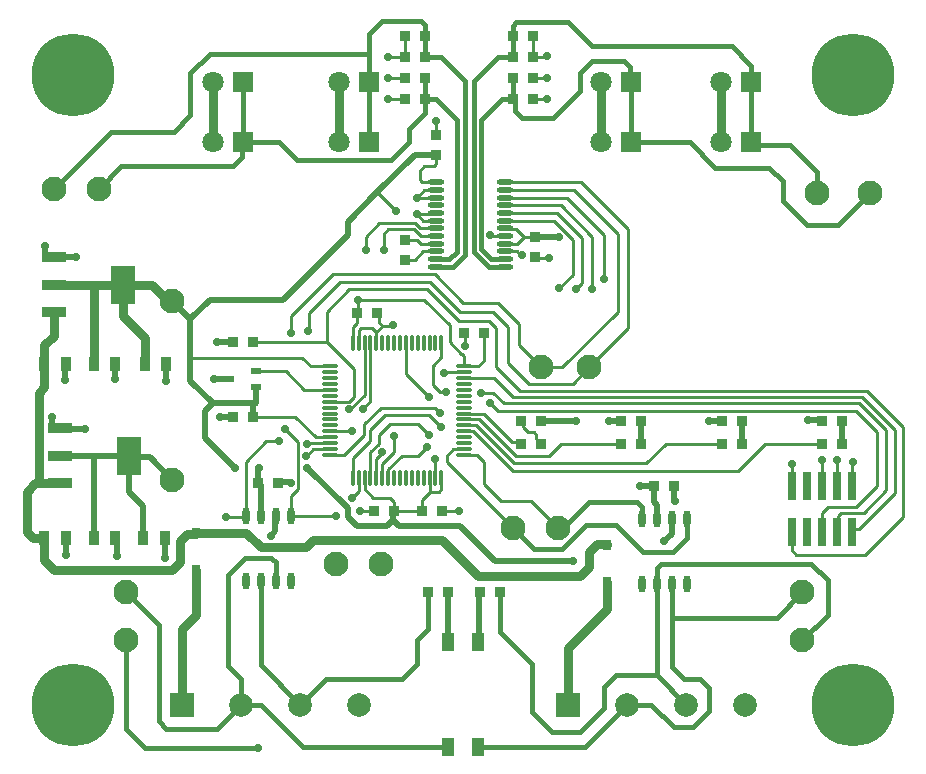
<source format=gtl>
G04*
G04 #@! TF.GenerationSoftware,Altium Limited,Altium Designer,21.1.1 (26)*
G04*
G04 Layer_Physical_Order=1*
G04 Layer_Color=255*
%FSLAX25Y25*%
%MOIN*%
G70*
G04*
G04 #@! TF.SameCoordinates,1B48DBFB-4F0D-4C64-993E-EB7B70E0D2B1*
G04*
G04*
G04 #@! TF.FilePolarity,Positive*
G04*
G01*
G75*
%ADD13C,0.01000*%
%ADD17C,0.01500*%
%ADD39O,0.05512X0.01181*%
%ADD40O,0.01181X0.05512*%
%ADD41R,0.02953X0.03543*%
%ADD42R,0.03740X0.03740*%
%ADD43R,0.03740X0.03740*%
%ADD44R,0.04331X0.05906*%
%ADD45O,0.05512X0.01772*%
%ADD46O,0.02362X0.05709*%
G04:AMPARAMS|DCode=47|XSize=29.92mil|YSize=94.49mil|CornerRadius=7.48mil|HoleSize=0mil|Usage=FLASHONLY|Rotation=0.000|XOffset=0mil|YOffset=0mil|HoleType=Round|Shape=RoundedRectangle|*
%AMROUNDEDRECTD47*
21,1,0.02992,0.07953,0,0,0.0*
21,1,0.01496,0.09449,0,0,0.0*
1,1,0.01496,0.00748,-0.03976*
1,1,0.01496,-0.00748,-0.03976*
1,1,0.01496,-0.00748,0.03976*
1,1,0.01496,0.00748,0.03976*
%
%ADD47ROUNDEDRECTD47*%
%ADD48R,0.08465X0.03543*%
%ADD49R,0.08465X0.12598*%
%ADD50R,0.03543X0.05118*%
%ADD51R,0.03543X0.01968*%
%ADD52C,0.02000*%
%ADD53C,0.03000*%
%ADD54C,0.07087*%
%ADD55R,0.07087X0.07087*%
%ADD56R,0.07874X0.07874*%
%ADD57C,0.07874*%
%ADD58C,0.08268*%
%ADD59C,0.27559*%
%ADD60C,0.02800*%
D13*
X245500Y240965D02*
Y246500D01*
X237000Y255000D02*
X245500Y246500D01*
X215000Y255000D02*
X237000D01*
X212000Y258500D02*
X238000D01*
X248500Y248000D02*
X258500D01*
X238000Y258500D02*
X248500Y248000D01*
X239000Y261000D02*
X249000Y251000D01*
X209000Y261000D02*
X239000D01*
X249000Y251000D02*
X260000D01*
X250000Y254000D02*
X261500D01*
X240500Y263500D02*
X250000Y254000D01*
X206500Y263500D02*
X240500D01*
X245500Y240965D02*
X249465Y237000D01*
X249500D02*
X250441Y236059D01*
X249465Y237000D02*
X249500D01*
X250500Y239500D02*
Y243653D01*
X250153Y244000D02*
X250500Y243653D01*
X221346Y250500D02*
X222000Y249847D01*
Y247311D02*
Y249847D01*
Y247311D02*
X223156Y246156D01*
X221537Y290392D02*
X227501Y284428D01*
X221108Y290392D02*
X221537D01*
X235500Y298000D02*
X237000Y299500D01*
X240414D01*
X235500Y295000D02*
Y298000D01*
Y295000D02*
X236425Y294075D01*
X240414Y299500D02*
X241000Y300086D01*
Y303153D01*
X236425Y294075D02*
X240886D01*
X226847Y184500D02*
X236154D01*
X159000Y236000D02*
X159500Y235500D01*
X196458D02*
X199229Y232729D01*
X159500Y235500D02*
X196458D01*
X179847Y216000D02*
X194000D01*
X274476Y208370D02*
X275847Y207000D01*
X274476Y208370D02*
Y210024D01*
X273500Y211000D02*
X274476Y210024D01*
X270000Y212586D02*
Y213653D01*
Y212586D02*
X271586Y211000D01*
X273500D01*
X269153Y214500D02*
X270000Y213653D01*
X215205Y191205D02*
Y195559D01*
X213000Y189000D02*
X215205Y191205D01*
X229500Y203000D02*
X235000D01*
X238000Y206000D01*
X235000Y213500D02*
X238500Y210000D01*
X225500Y213500D02*
X235000D01*
X222000Y210000D02*
X225500Y213500D01*
X222000Y207000D02*
Y210000D01*
X219142Y195559D02*
Y204142D01*
X222000Y207000D01*
X219000Y208000D02*
Y211500D01*
X213236Y195559D02*
Y202236D01*
X219000Y208000D01*
X224000Y216500D02*
X238500D01*
X219000Y211500D02*
X224000Y216500D01*
X227000Y204222D02*
Y209500D01*
X217000Y213500D02*
X222500Y219000D01*
X217000Y210000D02*
Y213500D01*
X222500Y219000D02*
X240582D01*
X221145Y240476D02*
Y244145D01*
X230953Y230149D02*
Y240441D01*
X215205Y244705D02*
X216000Y245500D01*
X216500Y218500D02*
X219142Y221142D01*
X240000Y226500D02*
X242407Y224093D01*
X230953Y230149D02*
X238601Y222500D01*
X221110Y240441D02*
X221145Y240476D01*
X217173Y223173D02*
Y240441D01*
X219790Y245500D02*
X221145Y244145D01*
X216000Y245500D02*
X219790D01*
X238827Y190827D02*
Y195559D01*
X241827Y190827D02*
X242764Y191764D01*
X215205Y240441D02*
Y244705D01*
X205559Y211110D02*
X212943D01*
X212453Y218453D02*
X217173Y223173D01*
X221145Y244145D02*
X223156Y246156D01*
X242764Y235764D02*
Y240441D01*
X243761Y230761D02*
X250406D01*
X240500Y202000D02*
X240761Y201739D01*
X250406Y230761D02*
X250441Y230795D01*
X219142Y221142D02*
Y240441D01*
X223079Y200300D02*
X227000Y204222D01*
X223156Y246156D02*
X226156D01*
X200138Y205170D02*
X205524D01*
X240000Y226500D02*
Y233000D01*
X242407Y224093D02*
X244400D01*
X215205Y195559D02*
X215239Y195594D01*
X226156Y246156D02*
X226500Y246500D01*
X223079Y195559D02*
Y200300D01*
X198000Y207000D02*
X198139Y207139D01*
X243500Y230500D02*
X243761Y230761D01*
X212001Y218453D02*
X212453D01*
X199229Y232729D02*
X205524D01*
X238827Y190827D02*
X241827D01*
X197968Y203000D02*
X200138Y205170D01*
X250441Y232764D02*
Y236059D01*
X244400Y224093D02*
X244454Y224039D01*
X240000Y233000D02*
X242764Y235764D01*
X225047Y195559D02*
X225082Y195594D01*
X242764Y191764D02*
Y195559D01*
X240761Y195594D02*
Y201739D01*
Y195594D02*
X240795Y195559D01*
X225082Y195594D02*
Y198582D01*
X229500Y203000D01*
X221110Y195559D02*
Y201967D01*
X223000Y203857D01*
Y204178D01*
X238500Y216500D02*
X242500Y212500D01*
X205559Y203236D02*
X210236D01*
X217000Y210000D01*
X240582Y219000D02*
X242365Y217216D01*
X197500Y203000D02*
X197968D01*
X205524Y207139D02*
X205559Y207173D01*
X205524Y205170D02*
X205559Y205205D01*
X198139Y207139D02*
X205524D01*
X212943Y211110D02*
X212951Y211102D01*
X205524Y232729D02*
X205559Y232764D01*
X311000Y200500D02*
X317500Y207000D01*
X254421Y213079D02*
X267000Y200500D01*
X311000D01*
X341500Y198000D02*
X350500Y207000D01*
X266500Y198000D02*
X341500D01*
X253424Y211076D02*
X266500Y198000D01*
X250476Y211076D02*
X253424D01*
X250441Y211110D02*
X250476Y211076D01*
X267500Y203000D02*
X278500D01*
X255453Y215047D02*
X267500Y203000D01*
X250441Y215047D02*
X255453D01*
X268523Y207631D02*
X269153Y207000D01*
X250441Y217016D02*
X256984D01*
X266369Y207631D01*
X268523D01*
X259000Y220500D02*
X261500Y218000D01*
X381000D01*
X388000Y211000D01*
X263500Y220500D02*
X382000D01*
X256000Y224000D02*
X260000D01*
X263500Y220500D01*
X184450Y207950D02*
X188550D01*
X177500Y201000D02*
X184450Y207950D01*
X195000Y192000D02*
Y207500D01*
X190500Y212000D02*
X195000Y207500D01*
X192500Y189500D02*
X195000Y192000D01*
X272000Y227000D02*
X286500D01*
X265000Y234000D02*
X272000Y227000D01*
X265000Y234000D02*
Y246000D01*
X261500Y254000D02*
X268500Y247000D01*
Y240000D02*
Y247000D01*
X260000Y251000D02*
X265000Y246000D01*
X204500Y251000D02*
X212000Y258500D01*
X192500Y249500D02*
X206500Y263500D01*
X198432Y244577D02*
X198500Y244645D01*
Y250500D01*
X209000Y261000D01*
X286500Y227000D02*
X292000Y232500D01*
X192500Y244000D02*
Y249500D01*
X268500Y240000D02*
X276000Y232500D01*
X223500Y277000D02*
X225000Y278500D01*
X223500Y271500D02*
Y277000D01*
X217500Y271500D02*
Y276000D01*
X225000Y278500D02*
X233654D01*
X235993Y276161D02*
X240886D01*
X233654Y278500D02*
X235993Y276161D01*
X217500Y276000D02*
X222000Y280500D01*
X233964D02*
X235744Y278720D01*
X222000Y280500D02*
X233964D01*
X301500Y251000D02*
Y277000D01*
X276134Y232634D02*
X283134D01*
X301500Y251000D01*
X276000Y232500D02*
X276134Y232634D01*
X305000Y245500D02*
Y278500D01*
X292000Y232500D02*
X305000Y245500D01*
X289463Y294037D02*
X305000Y278500D01*
X264152Y294037D02*
X289463D01*
X287000Y291500D02*
X301500Y277000D01*
X268446Y291500D02*
X287000D01*
X284543Y288957D02*
X297000Y276500D01*
Y262000D02*
Y276500D01*
X264114Y288957D02*
X284543D01*
X293000Y258500D02*
Y276000D01*
X282602Y286398D02*
X293000Y276000D01*
X264114Y286398D02*
X282602D01*
X287500Y258601D02*
X289500Y260601D01*
Y275500D01*
X287500Y258500D02*
Y258601D01*
X264114Y283839D02*
X281161D01*
X289500Y275500D01*
X282111Y258760D02*
X286500Y263149D01*
Y275000D01*
X264114Y281279D02*
X280221D01*
X286500Y275000D01*
X264114Y294075D02*
X264152Y294037D01*
X268430Y291516D02*
X268446Y291500D01*
X264114Y291516D02*
X268430D01*
X177272Y182500D02*
X177500Y182728D01*
X171000Y182500D02*
X177272D01*
X192500Y182728D02*
X192772Y183000D01*
X207500D01*
X273346Y336000D02*
Y343000D01*
X230654Y336000D02*
Y343000D01*
X177500Y182728D02*
Y201000D01*
X192500Y182728D02*
Y189500D01*
X194000Y216000D02*
X200858Y209142D01*
X205559D01*
X235744Y278720D02*
X240886D01*
X278500Y203000D02*
X282500Y207000D01*
X302654D01*
X350500D02*
X369654D01*
X317500D02*
X336154D01*
X250441Y213079D02*
X254421D01*
X261000Y232500D02*
Y245500D01*
X258500Y248000D02*
X261000Y245500D01*
X204500Y241000D02*
Y251000D01*
X269000Y224500D02*
X384500D01*
X261000Y232500D02*
X269000Y224500D01*
X250441Y232764D02*
X255000D01*
X256846Y234610D01*
Y244000D01*
X384500Y224500D02*
X396500Y212500D01*
Y182500D02*
Y212500D01*
X384000Y170000D02*
X396500Y182500D01*
X361000Y170000D02*
X384000D01*
X359500Y171500D02*
X361000Y170000D01*
X359500Y171500D02*
Y177500D01*
X266500Y222500D02*
X383000D01*
X260173Y228827D02*
X266500Y222500D01*
X383000D02*
X394000Y211500D01*
X382000Y220500D02*
X391000Y211500D01*
X388000Y193000D02*
Y211000D01*
X371500Y186000D02*
X381000D01*
X388000Y193000D01*
X383500Y184000D02*
X391000Y191500D01*
Y211500D01*
X381910Y178410D02*
X394000Y190500D01*
Y211500D01*
X379500Y177500D02*
X380410Y178410D01*
X381910D01*
X376000Y184000D02*
X383500D01*
X369500D02*
X371500Y186000D01*
X374952Y182952D02*
X376000Y184000D01*
X374500Y177500D02*
X374952Y177952D01*
Y182952D01*
X369500Y177500D02*
Y184000D01*
X250441Y228827D02*
X260173D01*
X256500Y243653D02*
X256846Y244000D01*
X242846Y184500D02*
X248500D01*
X236154Y188154D02*
X238827Y190827D01*
X236154Y184500D02*
Y188154D01*
X217173Y191827D02*
Y195559D01*
X220000Y189000D02*
X225500D01*
X217173Y191827D02*
X220000Y189000D01*
X225500D02*
X226847Y187654D01*
Y184500D02*
Y187654D01*
X262500Y188000D02*
X272500D01*
X281500Y179000D01*
X257000Y193500D02*
Y201000D01*
Y193500D02*
X262500Y188000D01*
X250441Y203236D02*
X254764D01*
X257000Y201000D01*
X246705Y205205D02*
X250441D01*
X244500Y203000D02*
X246705Y205205D01*
X244500Y201000D02*
Y203000D01*
Y201000D02*
X266500Y179000D01*
X374500Y201442D02*
X374668Y201610D01*
X374500Y192854D02*
Y201442D01*
X369500Y192854D02*
Y201500D01*
X359500Y200138D02*
X359501Y200139D01*
X359500Y192854D02*
Y200138D01*
X379750Y193104D02*
Y200750D01*
X380000Y201000D01*
X379500Y192854D02*
X379750Y193104D01*
X259000Y276500D02*
X259191Y276309D01*
X263966D02*
X264114Y276161D01*
X259191Y276309D02*
X263966D01*
X269126Y270000D02*
X269500D01*
X264114Y271043D02*
X268083D01*
X269126Y270000D01*
X264262Y278573D02*
X267620D01*
X270346Y275847D01*
X264114Y278720D02*
X264262Y278573D01*
X268102Y273602D02*
X270346Y275847D01*
X274000D01*
X264114Y273602D02*
X268102D01*
X274000Y269153D02*
X274153Y269000D01*
X278500D01*
X234500Y289000D02*
X237016Y291516D01*
X240886D01*
X234500Y289000D02*
X234522Y288978D01*
X240864D02*
X240886Y288957D01*
X234522Y288978D02*
X240864D01*
X234691Y283691D02*
X240738D01*
X240886Y283839D01*
X234500Y283500D02*
X234691Y283691D01*
X234500Y283500D02*
X236720Y281279D01*
X240886D01*
X236783Y271043D02*
X240886D01*
X240886Y271043D01*
X233894Y268154D02*
X236783Y271043D01*
X230500Y268154D02*
X233894D01*
X234717Y274847D02*
X235961Y273602D01*
X230500Y274847D02*
X234717D01*
X235961Y273602D02*
X240886D01*
X241000Y309846D02*
Y314500D01*
X225000Y322000D02*
X230654D01*
X225000Y329000D02*
X230654D01*
X225000Y336000D02*
X230654D01*
X273346Y322000D02*
X278000D01*
X273346Y329000D02*
X278000D01*
X277830Y336000D02*
X277864Y336034D01*
X273346Y336000D02*
X277830D01*
X197110Y224890D02*
X205559D01*
X190941Y231059D02*
X197110Y224890D01*
X180929Y231059D02*
X190941D01*
X211953Y220953D02*
X213500Y222500D01*
X205559Y220953D02*
X211953D01*
X213500Y222500D02*
Y232000D01*
X204500Y241000D02*
X213500Y232000D01*
X179847Y241000D02*
X204500D01*
X214653Y250500D02*
X215000Y250847D01*
Y255000D01*
X213236Y240441D02*
Y245736D01*
X214653Y247153D01*
Y250500D01*
X215500Y184500D02*
X220153D01*
X134043Y175362D02*
X134500Y174906D01*
D17*
X310000Y171000D02*
X320000D01*
X291000Y180000D02*
X301000D01*
X310000Y171000D01*
X283000Y172000D02*
X291000Y180000D01*
X273500Y172000D02*
X283000D01*
X266500Y179000D02*
X273500Y172000D01*
X262347Y144153D02*
Y157500D01*
X238154Y145153D02*
Y157500D01*
X232000Y307500D02*
Y312000D01*
X194500Y301500D02*
X226000D01*
X232000Y307500D01*
X306000D02*
Y327500D01*
X289000Y324500D02*
Y330500D01*
X280000Y315500D02*
X289000Y324500D01*
Y330500D02*
X293000Y334500D01*
X267241Y317759D02*
X269500Y315500D01*
X280000D01*
X267241Y317759D02*
Y321412D01*
X266653Y322000D02*
X267241Y321412D01*
X293000Y334500D02*
X303500D01*
X305585Y332415D01*
Y327915D02*
X306000Y327500D01*
X305585Y327915D02*
Y332415D01*
X339500Y339500D02*
X346000Y333000D01*
X293000Y339500D02*
X339500D01*
X285000Y347500D02*
X293000Y339500D01*
X346000Y327500D02*
Y333000D01*
Y307500D02*
Y327500D01*
X267807Y347500D02*
X285000D01*
X325500Y307500D02*
X334000Y299000D01*
X306000Y307500D02*
X325500D01*
X334000Y299000D02*
X352000D01*
X356500Y294500D01*
Y288000D02*
X364500Y280000D01*
X356500Y288000D02*
Y294500D01*
X364500Y280000D02*
X375000D01*
X385500Y290500D01*
X347000Y306500D02*
X359000D01*
X346000Y307500D02*
X347000Y306500D01*
X359000D02*
X368000Y297500D01*
Y290500D02*
Y297500D01*
X218500Y337000D02*
Y343500D01*
Y327500D02*
Y337000D01*
X165500D02*
X218500D01*
X159000Y330500D02*
X165500Y337000D01*
X159000Y316500D02*
Y330500D01*
X153500Y311000D02*
X159000Y316500D01*
X132500Y311000D02*
X153500D01*
X113500Y292000D02*
X132500Y311000D01*
X176177Y307177D02*
X176500Y307500D01*
X176177Y302423D02*
Y307177D01*
X173253Y299500D02*
X176177Y302423D01*
X136000Y299500D02*
X173253D01*
X128500Y292000D02*
X136000Y299500D01*
X291831Y187500D02*
X308000D01*
X283331Y179000D02*
X291831Y187500D01*
X308000D02*
X309500Y186000D01*
X320000Y171000D02*
X324500Y175500D01*
X309500Y181728D02*
Y186000D01*
X324500Y175500D02*
Y181728D01*
X281500Y179000D02*
X283331D01*
X137500Y157500D02*
X148500Y146500D01*
Y114500D02*
Y146500D01*
Y114500D02*
X151000Y112000D01*
X168000D01*
X137500Y112000D02*
Y141500D01*
Y112000D02*
X144000Y105500D01*
X181500D01*
X168000Y112000D02*
X176000Y120000D01*
Y120000D01*
X196539Y105961D02*
X245000D01*
X182500Y120000D02*
X196539Y105961D01*
X176000Y120000D02*
X182500D01*
X176000D02*
Y128500D01*
X319500Y149000D02*
Y160272D01*
Y132500D02*
Y149000D01*
X354500D01*
X363000Y157500D01*
Y141500D02*
X371500Y150000D01*
Y161500D01*
X366000Y167000D02*
X371500Y161500D01*
X316000Y167000D02*
X366000D01*
X314500Y160272D02*
Y165500D01*
X316000Y167000D01*
X279500Y111000D02*
X289000D01*
X273000Y117500D02*
Y133500D01*
Y117500D02*
X279500Y111000D01*
X262347Y144153D02*
X273000Y133500D01*
X234500Y141500D02*
X238154Y145153D01*
X234500Y133500D02*
Y141500D01*
X204185Y128500D02*
X229500D01*
X234500Y133500D01*
X195685Y120000D02*
X204185Y128500D01*
X195685Y120000D02*
X195685D01*
X171500Y133000D02*
Y163243D01*
Y133000D02*
X176000Y128500D01*
X171500Y163243D02*
X177257Y169000D01*
X186000D02*
X187500Y167500D01*
X177257Y169000D02*
X186000D01*
X187500Y161272D02*
Y167500D01*
X297000Y119000D02*
Y126000D01*
X289000Y111000D02*
X297000Y119000D01*
Y126000D02*
X300870Y129870D01*
X314500D01*
X182500Y133185D02*
Y161272D01*
Y133185D02*
X195685Y120000D01*
X255000Y105961D02*
X290646D01*
X304685Y120000D01*
X323500Y128500D02*
X329000D01*
X332000Y125500D01*
X319500Y132500D02*
X323500Y128500D01*
X332000Y118000D02*
Y125500D01*
X326500Y112500D02*
X332000Y118000D01*
X312705Y120000D02*
X320205Y112500D01*
X304685Y120000D02*
X312705D01*
X320205Y112500D02*
X326500D01*
X314500Y129870D02*
X324370Y120000D01*
X314500Y129870D02*
Y160272D01*
X266653Y346346D02*
X267807Y347500D01*
X266653Y343000D02*
Y346346D01*
X261500Y336000D02*
X266653D01*
X253500Y270965D02*
Y328000D01*
X261500Y336000D01*
X263000Y322000D02*
X266653D01*
X256000Y315000D02*
X263000Y322000D01*
X256000Y272000D02*
Y315000D01*
X250500Y269965D02*
Y328000D01*
X237347Y336000D02*
X242500D01*
X250500Y328000D01*
X248000Y271000D02*
Y315000D01*
X241088Y321912D02*
X248000Y315000D01*
X237434Y321912D02*
X241088D01*
X237347Y322000D02*
X237434Y321912D01*
X253500Y270965D02*
X258539Y265925D01*
X256000Y272000D02*
X259464Y268536D01*
X240886Y268484D02*
X240915Y268455D01*
X240886Y265925D02*
X240915Y265955D01*
X245455Y268455D02*
X248000Y271000D01*
X246490Y265955D02*
X250500Y269965D01*
X240915Y265955D02*
X246490D01*
X240915Y268455D02*
X245455D01*
X258539Y265925D02*
X264114D01*
X259464Y268536D02*
X264062D01*
X264114Y268484D01*
X237347Y317347D02*
Y322000D01*
Y329000D01*
X232000Y312000D02*
X237347Y317347D01*
X188500Y307500D02*
X194500Y301500D01*
X176500Y307500D02*
X188500D01*
X237347Y343000D02*
Y346654D01*
X236000Y348000D02*
X237347Y346654D01*
X223000Y348000D02*
X236000D01*
X218500Y343500D02*
X223000Y348000D01*
X266653Y322000D02*
Y329000D01*
Y336000D02*
Y343000D01*
X237347Y336000D02*
Y343000D01*
X218500Y307500D02*
Y327500D01*
X176500Y307500D02*
Y327500D01*
D39*
X205559Y232764D02*
D03*
Y230795D02*
D03*
Y228827D02*
D03*
Y226858D02*
D03*
Y224890D02*
D03*
Y222921D02*
D03*
Y220953D02*
D03*
Y218984D02*
D03*
Y217016D02*
D03*
Y215047D02*
D03*
Y213079D02*
D03*
Y211110D02*
D03*
Y209142D02*
D03*
Y207173D02*
D03*
Y205205D02*
D03*
Y203236D02*
D03*
X250441D02*
D03*
Y205205D02*
D03*
Y207173D02*
D03*
Y209142D02*
D03*
Y211110D02*
D03*
Y213079D02*
D03*
Y215047D02*
D03*
Y217016D02*
D03*
Y218984D02*
D03*
Y220953D02*
D03*
Y222921D02*
D03*
Y224890D02*
D03*
Y226858D02*
D03*
Y228827D02*
D03*
Y230795D02*
D03*
Y232764D02*
D03*
D40*
X213236Y195559D02*
D03*
X215205D02*
D03*
X217173D02*
D03*
X219142D02*
D03*
X221110D02*
D03*
X223079D02*
D03*
X225047D02*
D03*
X227016D02*
D03*
X228984D02*
D03*
X230953D02*
D03*
X232921D02*
D03*
X234890D02*
D03*
X236858D02*
D03*
X238827D02*
D03*
X240795D02*
D03*
X242764D02*
D03*
Y240441D02*
D03*
X240795D02*
D03*
X238827D02*
D03*
X236858D02*
D03*
X234890D02*
D03*
X232921D02*
D03*
X230953D02*
D03*
X228984D02*
D03*
X227016D02*
D03*
X225047D02*
D03*
X223079D02*
D03*
X221110D02*
D03*
X219142D02*
D03*
X217173D02*
D03*
X215205D02*
D03*
X213236D02*
D03*
D41*
X298000Y160799D02*
D03*
Y173201D02*
D03*
X161000Y177201D02*
D03*
Y164799D02*
D03*
D42*
X220153Y184500D02*
D03*
X226847D02*
D03*
X242846D02*
D03*
X236154D02*
D03*
X250153Y244000D02*
D03*
X256846D02*
D03*
X269153Y214500D02*
D03*
X275847D02*
D03*
X309347Y207000D02*
D03*
X302654D02*
D03*
X309347Y214500D02*
D03*
X302654D02*
D03*
X342846Y207000D02*
D03*
X336154D02*
D03*
X342846Y214500D02*
D03*
X336154D02*
D03*
X376346Y207000D02*
D03*
X369654D02*
D03*
X244847Y157500D02*
D03*
X238154D02*
D03*
X255654D02*
D03*
X262347D02*
D03*
X266653Y329000D02*
D03*
X273346D02*
D03*
Y336000D02*
D03*
X266653D02*
D03*
X237347Y329000D02*
D03*
X230654D02*
D03*
X273346Y322000D02*
D03*
X266653D02*
D03*
X230654D02*
D03*
X237347D02*
D03*
X230654Y336000D02*
D03*
X237347D02*
D03*
Y343000D02*
D03*
X230654D02*
D03*
X266653D02*
D03*
X273346D02*
D03*
X320346Y193000D02*
D03*
X313653D02*
D03*
X188347Y194000D02*
D03*
X181653D02*
D03*
X376346Y214500D02*
D03*
X369654D02*
D03*
X275847Y207000D02*
D03*
X269153D02*
D03*
X179847Y241000D02*
D03*
X173153D02*
D03*
X214653Y250500D02*
D03*
X221346D02*
D03*
X179847Y216000D02*
D03*
X173153D02*
D03*
D43*
X274000Y275847D02*
D03*
Y269153D02*
D03*
X241000Y303153D02*
D03*
Y309846D02*
D03*
X230500Y274847D02*
D03*
Y268154D02*
D03*
D44*
X255000Y141000D02*
D03*
X245000D02*
D03*
X255000Y105961D02*
D03*
X245000D02*
D03*
D45*
X264114Y265925D02*
D03*
Y268484D02*
D03*
Y271043D02*
D03*
Y273602D02*
D03*
Y276161D02*
D03*
Y278720D02*
D03*
Y281279D02*
D03*
Y283839D02*
D03*
Y286398D02*
D03*
Y288957D02*
D03*
Y291516D02*
D03*
Y294075D02*
D03*
X240886Y265925D02*
D03*
Y268484D02*
D03*
Y271043D02*
D03*
Y273602D02*
D03*
Y276161D02*
D03*
Y278720D02*
D03*
Y281279D02*
D03*
Y283839D02*
D03*
Y286398D02*
D03*
Y288957D02*
D03*
Y291516D02*
D03*
Y294075D02*
D03*
D46*
X324500Y181728D02*
D03*
X319500D02*
D03*
X314500D02*
D03*
X309500D02*
D03*
X324500Y160272D02*
D03*
X319500D02*
D03*
X314500D02*
D03*
X309500D02*
D03*
X192500Y182728D02*
D03*
X187500D02*
D03*
X182500D02*
D03*
X177500D02*
D03*
X192500Y161272D02*
D03*
X187500D02*
D03*
X182500D02*
D03*
X177500D02*
D03*
D47*
X379500Y192854D02*
D03*
X374500D02*
D03*
X369500D02*
D03*
X364500D02*
D03*
X359500D02*
D03*
X379500Y177500D02*
D03*
X374500D02*
D03*
X369500D02*
D03*
X364500D02*
D03*
X359500D02*
D03*
D48*
X115484Y212055D02*
D03*
Y203000D02*
D03*
Y193945D02*
D03*
X113484Y269055D02*
D03*
Y260000D02*
D03*
Y250945D02*
D03*
D49*
X138516Y203000D02*
D03*
X136516Y260000D02*
D03*
D50*
X134043Y233500D02*
D03*
X126957D02*
D03*
X134043Y175362D02*
D03*
X126957D02*
D03*
X150543D02*
D03*
X143457D02*
D03*
X151043Y233500D02*
D03*
X143957D02*
D03*
X117543Y175362D02*
D03*
X110457D02*
D03*
X117543Y233500D02*
D03*
X110457D02*
D03*
D51*
X180929Y225941D02*
D03*
Y231059D02*
D03*
X172071Y228500D02*
D03*
D52*
X260500Y168000D02*
X286500D01*
X249000Y179500D02*
X260500Y168000D01*
X255327Y157173D02*
X255654Y157500D01*
X255327Y141327D02*
Y157173D01*
X255000Y141000D02*
X255327Y141327D01*
X244923Y141077D02*
Y157423D01*
Y141077D02*
X245000Y141000D01*
X244847Y157500D02*
X244923Y157423D01*
X226500Y181500D02*
X228500Y179500D01*
X249000D01*
X221108Y290392D02*
X233870Y303153D01*
X211500Y280784D02*
X221108Y290392D01*
X190000Y255000D02*
X211500Y276500D01*
Y280784D01*
X165500Y255000D02*
X190000D01*
X166500Y220500D02*
X180929D01*
X233870Y303153D02*
X241000D01*
X159000Y248500D02*
X165500Y255000D01*
X164000Y218000D02*
X166500Y220500D01*
X164000Y209000D02*
Y218000D01*
Y209000D02*
X174000Y199000D01*
X181646Y194007D02*
Y198430D01*
X182000Y198784D01*
Y199000D01*
X198000D02*
X211500Y185500D01*
Y182500D02*
Y185500D01*
Y182500D02*
X214500Y179500D01*
X224500D01*
X226500Y181500D01*
Y184153D01*
X226847Y184500D01*
X181646Y194007D02*
X182500Y193154D01*
X159000Y236000D02*
Y248500D01*
Y228000D02*
Y236000D01*
X180128Y219699D02*
X180929Y220500D01*
X180128Y216281D02*
Y219699D01*
X179847Y216000D02*
X180128Y216281D01*
X180929Y220500D02*
Y225941D01*
X159000Y228000D02*
X166500Y220500D01*
X153000Y254500D02*
X159000Y248500D01*
X308925Y192944D02*
X308981Y193000D01*
X313653D01*
X287584Y214500D02*
X287601Y214483D01*
X275847Y214500D02*
X287584D01*
X274000Y275847D02*
X281846D01*
X113000Y212827D02*
X113827Y212000D01*
X124000D01*
X113000Y212827D02*
Y216000D01*
X110500Y269827D02*
Y273000D01*
X111272Y269055D02*
X120999D01*
X110500Y269827D02*
X111272Y269055D01*
X187431Y177755D02*
Y182659D01*
X186000Y176325D02*
X187431Y177755D01*
X186000Y176108D02*
Y176325D01*
X187431Y182659D02*
X187500Y182728D01*
X365108Y215000D02*
X365261Y214847D01*
X369130Y214500D02*
X369654D01*
X368783Y214847D02*
X369130Y214500D01*
X365261Y214847D02*
X368783D01*
X332000Y214500D02*
X336154D01*
X298500D02*
X302654D01*
X317000Y174500D02*
X319500Y177000D01*
Y181728D01*
X320423Y188077D02*
Y192923D01*
Y188077D02*
X320500Y188000D01*
X320346Y193000D02*
X320423Y192923D01*
X376346Y207000D02*
Y214500D01*
X342846Y207000D02*
Y214500D01*
X309347Y207000D02*
Y214500D01*
X313500Y187500D02*
Y192847D01*
X313653Y193000D01*
X314500Y181728D02*
Y186500D01*
X313500Y187500D02*
X314500Y186500D01*
X127000Y203000D02*
X138516D01*
X115484D02*
X127000D01*
X126957Y175362D02*
Y202957D01*
X127000Y203000D01*
X120999Y269055D02*
X121006Y269049D01*
X117260Y228160D02*
Y233217D01*
X117543Y233500D01*
X134000Y228500D02*
X134043Y228543D01*
Y233500D01*
X151022Y233478D02*
X151043Y233500D01*
X151022Y228022D02*
Y233478D01*
X151000Y228000D02*
X151022Y228022D01*
X168000Y241000D02*
X173153D01*
X167000Y228500D02*
X172071D01*
X169000Y216000D02*
X173153D01*
X192423Y194077D02*
X192500Y194000D01*
X188423Y194077D02*
X192423D01*
X187569Y193223D02*
X188347Y194000D01*
X188423Y194077D01*
X182500Y182728D02*
Y193154D01*
X138516Y190984D02*
Y203000D01*
Y190984D02*
X143457Y186043D01*
Y175362D02*
Y186043D01*
X139006Y202509D02*
X145491D01*
X138516Y203000D02*
X139006Y202509D01*
X145491D02*
X153000Y195000D01*
X117500Y170000D02*
Y175319D01*
X117543Y175362D01*
X134500Y169500D02*
Y174906D01*
X150500Y175319D02*
X150543Y175362D01*
X150500Y169000D02*
Y175319D01*
D53*
X294520Y173500D02*
X296541D01*
X292000Y170980D02*
X294520Y173500D01*
X292000Y166000D02*
Y170980D01*
X255000Y163000D02*
X289000D01*
X292000Y166000D01*
X243000Y175000D02*
X255000Y163000D01*
X296000Y307500D02*
Y327500D01*
X108500Y193945D02*
Y224000D01*
X110457Y225957D01*
Y233500D01*
Y239957D01*
X113484Y250945D02*
X113500Y250929D01*
Y243000D02*
Y250929D01*
X110457Y239957D02*
X113500Y243000D01*
X111024Y250945D02*
X113484D01*
X153000Y165000D02*
X155500Y167500D01*
Y174500D01*
X113500Y165000D02*
X153000D01*
X110457Y168043D02*
X113500Y165000D01*
X110457Y168043D02*
Y175362D01*
X160976Y176929D02*
X161000Y176953D01*
X155500Y174500D02*
X157929Y176929D01*
X160976D01*
X161000Y176953D02*
Y177201D01*
X297976Y173472D02*
X298000Y173449D01*
Y173201D02*
Y173449D01*
X296568Y173472D02*
X297976D01*
X296541Y173500D02*
X296568Y173472D01*
X298000Y152000D02*
Y160799D01*
X200000Y175000D02*
X243000D01*
X197500Y172500D02*
X200000Y175000D01*
X161000Y177201D02*
X177799D01*
X182500Y172500D02*
X197500D01*
X177799Y177201D02*
X182500Y172500D01*
X161000Y150000D02*
Y164799D01*
X156315Y120000D02*
Y145315D01*
X161000Y150000D01*
X285000Y139000D02*
X298000Y152000D01*
X285000Y120000D02*
Y139000D01*
X336000Y307500D02*
Y327500D01*
X208500Y307500D02*
Y327500D01*
X166500Y307500D02*
Y327500D01*
X136516Y249484D02*
Y260000D01*
X143957Y233500D02*
Y242043D01*
X136516Y249484D02*
X143957Y242043D01*
X127000Y260000D02*
X136516D01*
X113484D02*
X127000D01*
X126957Y233500D02*
Y259957D01*
X127000Y260000D01*
X104500Y191000D02*
X107445Y193945D01*
X115484D01*
X104500Y177500D02*
Y191000D01*
Y177500D02*
X106500Y175500D01*
X110319D01*
X110457Y175362D01*
X151790Y254500D02*
X153000D01*
X136516Y260000D02*
X146290D01*
X151790Y254500D01*
D54*
X296000Y327500D02*
D03*
Y307500D02*
D03*
X336000Y327500D02*
D03*
Y307500D02*
D03*
X208500Y327500D02*
D03*
Y307500D02*
D03*
X166500Y327500D02*
D03*
Y307500D02*
D03*
D55*
X306000Y327500D02*
D03*
Y307500D02*
D03*
X346000Y327500D02*
D03*
Y307500D02*
D03*
X218500Y327500D02*
D03*
Y307500D02*
D03*
X176500Y327500D02*
D03*
Y307500D02*
D03*
D56*
X156315Y120000D02*
D03*
X285000D02*
D03*
D57*
X176000D02*
D03*
X195685D02*
D03*
X215370D02*
D03*
X304685D02*
D03*
X324370D02*
D03*
X344055D02*
D03*
D58*
X222500Y167000D02*
D03*
X207500D02*
D03*
X363000Y157500D02*
D03*
Y141500D02*
D03*
X137500Y157500D02*
D03*
Y141500D02*
D03*
X292000Y232500D02*
D03*
X276000D02*
D03*
X113500Y292000D02*
D03*
X128500D02*
D03*
X281500Y179000D02*
D03*
X266500D02*
D03*
X368000Y290500D02*
D03*
X385500D02*
D03*
X153000Y195000D02*
D03*
Y254500D02*
D03*
D59*
X120000Y330000D02*
D03*
X380000D02*
D03*
Y120000D02*
D03*
X120000D02*
D03*
D60*
X286500Y168000D02*
D03*
X250500Y239500D02*
D03*
X227501Y284428D02*
D03*
X174000Y199000D02*
D03*
X182000D02*
D03*
X198000D02*
D03*
X308925Y192944D02*
D03*
X287601Y214483D02*
D03*
X213000Y189000D02*
D03*
X238000Y206000D02*
D03*
X238500Y210000D02*
D03*
X227000Y209500D02*
D03*
X198000Y207000D02*
D03*
X243500Y230500D02*
D03*
X226500Y246500D02*
D03*
X238601Y222500D02*
D03*
X212001Y218453D02*
D03*
X197500Y203000D02*
D03*
X216500Y218500D02*
D03*
X244454Y224039D02*
D03*
X212951Y211102D02*
D03*
X240500Y202000D02*
D03*
X223000Y204178D02*
D03*
X242500Y212500D02*
D03*
X242365Y217216D02*
D03*
X259000Y220500D02*
D03*
X256000Y224000D02*
D03*
X188550Y207950D02*
D03*
X198432Y244577D02*
D03*
X192500Y244000D02*
D03*
X223500Y271500D02*
D03*
X217500D02*
D03*
X297000Y262000D02*
D03*
X293000Y258500D02*
D03*
X287500D02*
D03*
X282111Y258760D02*
D03*
X281846Y275847D02*
D03*
X171000Y182500D02*
D03*
X207500Y183000D02*
D03*
X113000Y216000D02*
D03*
X110500Y273000D02*
D03*
X190500Y212000D02*
D03*
X186000Y176108D02*
D03*
X365108Y215000D02*
D03*
X332000Y214500D02*
D03*
X298500D02*
D03*
X248500Y184500D02*
D03*
X317000Y174500D02*
D03*
X320500Y188000D02*
D03*
X374668Y201610D02*
D03*
X369500Y201500D02*
D03*
X359501Y200139D02*
D03*
X380000Y201000D02*
D03*
X181500Y105500D02*
D03*
X259000Y276500D02*
D03*
X269500Y270000D02*
D03*
X278500Y269000D02*
D03*
X234500Y289000D02*
D03*
Y283500D02*
D03*
X241000Y314500D02*
D03*
X225000Y322000D02*
D03*
Y329000D02*
D03*
Y336000D02*
D03*
X278000Y322000D02*
D03*
Y329000D02*
D03*
X277864Y336034D02*
D03*
X215000Y255000D02*
D03*
X121006Y269049D02*
D03*
X117260Y228160D02*
D03*
X134000Y228500D02*
D03*
X151000Y228000D02*
D03*
X168000Y241000D02*
D03*
X167000Y228500D02*
D03*
X169000Y216000D02*
D03*
X192500Y194000D02*
D03*
X215500Y184500D02*
D03*
X124000Y212000D02*
D03*
X117500Y170000D02*
D03*
X134500Y169500D02*
D03*
X150500Y169000D02*
D03*
M02*

</source>
